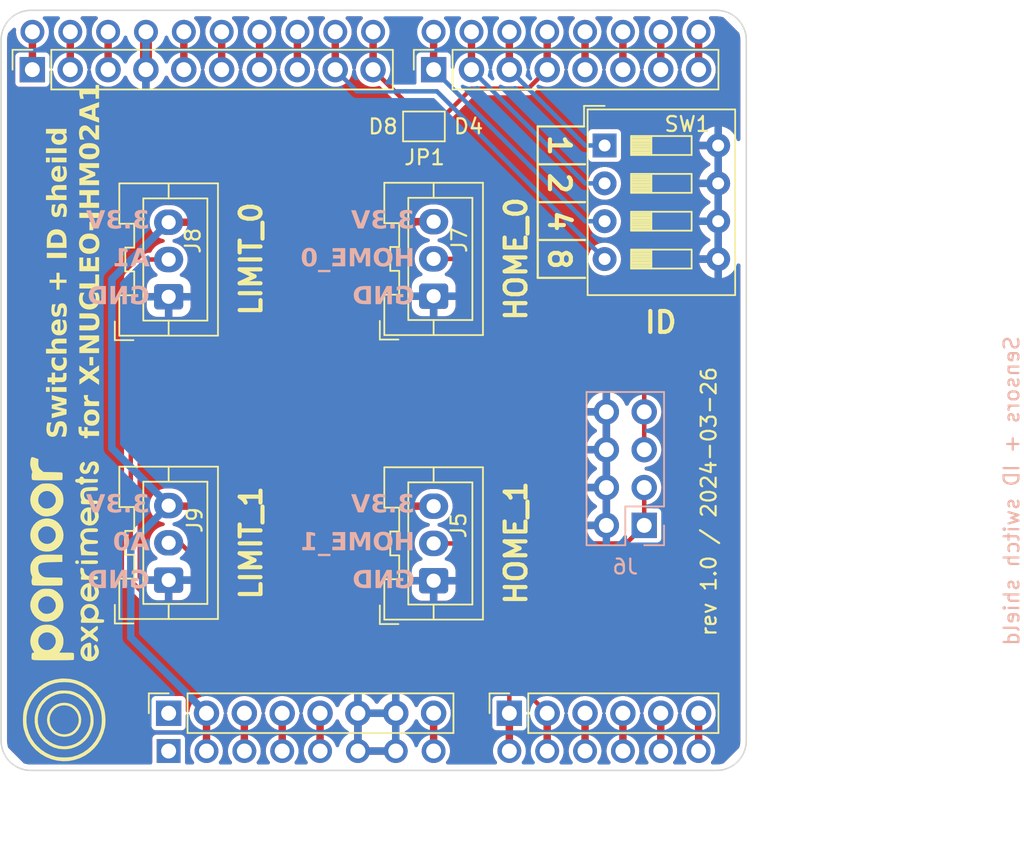
<source format=kicad_pcb>
(kicad_pcb (version 20240108) (generator "pcbnew") (generator_version "8.0")
  (layers (0 "F.Cu" signal) (31 "B.Cu" signal) (34 "B.Paste" user) (35 "F.Paste" user) (36 "B.SilkS" user "B.Silkscreen") (37 "F.SilkS" user "F.Silkscreen") (38 "B.Mask" user) (39 "F.Mask" user) (44 "Edge.Cuts" user))
  (net 0 "")
  (net 1 "Net-(A1-D6)")
  (net 2 "/SDA")
  (net 3 "Net-(A1-D9)")
  (net 4 "+3.3V")
  (net 5 "VCC")
  (net 6 "VBUS")
  (net 7 "Net-(A1-D4)")
  (net 8 "+5V")
  (net 9 "GND")
  (net 10 "Net-(A1-A4)")
  (net 11 "/AREF")
  (net 12 "Net-(A1-D3{slash}SCL)")
  (net 13 "Net-(A1-A3)")
  (net 14 "Net-(A1-D5)")
  (net 15 "Net-(A1-D0{slash}RX)")
  (net 16 "Net-(A1-D8)")
  (net 17 "/RESET")
  (net 18 "Net-(A1-D13)")
  (net 19 "Net-(A1-D11)")
  (net 20 "Net-(A1-D10)")
  (net 21 "Net-(A1-D12)")
  (net 22 "Net-(A1-A2)")
  (net 23 "Net-(A1-A5)")
  (net 25 "Net-(A1-D1{slash}TX)")
  (net 26 "/SCL")
  (net 27 "Net-(A1-D7)")
  (net 28 "Net-(A1-D2{slash}SDA)")
  (net 30 "Net-(J5-Pin_2)")
  (net 31 "Net-(J6-Pin_5)")
  (net 32 "/LIMIT_1")
  (net 33 "/LIMIT_2")
  (footprint "Jumper:SolderJumper-2_P1.3mm_Bridged_Pad1.0x1.5mm" (layer "F.Cu") (at 159.37 97.79)
    (property "Reference" "JP1" (at 0.0404 2.0828 0) (layer "F.SilkS"))
    (property "Value" "Jumper_2_Bridged")
    (fp_poly (pts (xy -0.25 -0.3) (xy 0.25 -0.3) (xy 0.25 0.3) (xy -0.25 0.3)) (fill solid) (layer "F.Cu"))
    (pad "1" smd rect (at -0.65 0) (size 1 1.5) (layers "F.Cu" "F.Mask") (net 16 "Net-(A1-D8)"))
    (pad "2" smd rect (at 0.65 0) (size 1 1.5) (layers "F.Cu" "F.Mask") (net 7 "Net-(A1-D4)"))
  )
  (footprint "Connector_JST:JST_XA_B03B-XASK-1_1x03_P2.50mm_Vertical" (layer "F.Cu") (at 142.24 109.22 90)
    (property "Reference" "J8" (at 3.7592 1.6256 -90) (layer "F.SilkS"))
    (property "Value" "Conn_01x03")
    (pad "1" thru_hole roundrect (at 0 0 90) (size 1.7 1.95) (drill 0.95) (layers "*.Cu" "*.Mask") (roundrect_rratio 0.147059) (net 9 "GND"))
    (pad "2" thru_hole oval (at 2.5 0 90) (size 1.7 1.95) (drill 0.95) (layers "*.Cu" "*.Mask") (net 32 "/LIMIT_1"))
    (pad "3" thru_hole oval (at 5 0 90) (size 1.7 1.95) (drill 0.95) (layers "*.Cu" "*.Mask") (net 6 "VBUS"))
  )
  (footprint "Connector_PinSocket_2.54mm:PinSocket_1x08_P2.54mm_Vertical" (layer "F.Cu") (at 142.24 137.16 90)
    (property "Reference" "J2" (hide yes))
    (property "Value" "Conn_01x08")
    (pad "1" thru_hole rect (at 0 0 90) (size 1.7 1.7) (drill 1) (layers "*.Cu" "*.Mask"))
    (pad "2" thru_hole oval (at 0 2.54 90) (size 1.7 1.7) (drill 1) (layers "*.Cu" "*.Mask") (net 6 "VBUS"))
    (pad "3" thru_hole oval (at 0 5.08 90) (size 1.7 1.7) (drill 1) (layers "*.Cu" "*.Mask") (net 17 "/RESET"))
    (pad "4" thru_hole oval (at 0 7.62 90) (size 1.7 1.7) (drill 1) (layers "*.Cu" "*.Mask") (net 4 "+3.3V"))
    (pad "5" thru_hole oval (at 0 10.16 90) (size 1.7 1.7) (drill 1) (layers "*.Cu" "*.Mask") (net 8 "+5V"))
    (pad "6" thru_hole oval (at 0 12.7 90) (size 1.7 1.7) (drill 1) (layers "*.Cu" "*.Mask") (net 9 "GND"))
    (pad "7" thru_hole oval (at 0 15.24 90) (size 1.7 1.7) (drill 1) (layers "*.Cu" "*.Mask") (net 9 "GND"))
    (pad "8" thru_hole oval (at 0 17.78 90) (size 1.7 1.7) (drill 1) (layers "*.Cu" "*.Mask") (net 5 "VCC"))
  )
  (footprint "Connector_JST:JST_XA_B03B-XASK-1_1x03_P2.50mm_Vertical" (layer "F.Cu") (at 160.02 128.27 90)
    (property "Reference" "J5" (at 3.7084 1.6764 -90) (layer "F.SilkS"))
    (property "Value" "Conn_01x03")
    (pad "1" thru_hole roundrect (at 0 0 90) (size 1.7 1.95) (drill 0.95) (layers "*.Cu" "*.Mask") (roundrect_rratio 0.147059) (net 9 "GND"))
    (pad "2" thru_hole oval (at 2.5 0 90) (size 1.7 1.95) (drill 0.95) (layers "*.Cu" "*.Mask") (net 30 "Net-(J5-Pin_2)"))
    (pad "3" thru_hole oval (at 5 0 90) (size 1.7 1.95) (drill 0.95) (layers "*.Cu" "*.Mask") (net 6 "VBUS"))
  )
  (footprint "Local_Library:ponoor_full_21x6" (layer "F.Cu") (at 135.255 130.175 90)
    (property "Reference" "G***" (hide yes))
    (property "Value" "LOGO" (hide yes))
  )
  (footprint "Connector_JST:JST_XA_B03B-XASK-1_1x03_P2.50mm_Vertical" (layer "F.Cu") (at 142.24 128.23 90)
    (property "Reference" "J9" (at 4.024 1.7526 -90) (layer "F.SilkS"))
    (property "Value" "Conn_01x03")
    (pad "1" thru_hole roundrect (at 0 0 90) (size 1.7 1.95) (drill 0.95) (layers "*.Cu" "*.Mask") (roundrect_rratio 0.147059) (net 9 "GND"))
    (pad "2" thru_hole oval (at 2.5 0 90) (size 1.7 1.95) (drill 0.95) (layers "*.Cu" "*.Mask") (net 33 "/LIMIT_2"))
    (pad "3" thru_hole oval (at 5 0 90) (size 1.7 1.95) (drill 0.95) (layers "*.Cu" "*.Mask") (net 6 "VBUS"))
  )
  (footprint "Connector_PinSocket_2.54mm:PinSocket_1x08_P2.54mm_Vertical" (layer "F.Cu") (at 160.02 93.98 90)
    (property "Reference" "J1" (hide yes))
    (property "Value" "Conn_01x08")
    (pad "1" thru_hole rect (at 0 0 90) (size 1.7 1.7) (drill 1) (layers "*.Cu" "*.Mask") (net 27 "Net-(A1-D7)"))
    (pad "2" thru_hole oval (at 0 2.54 90) (size 1.7 1.7) (drill 1) (layers "*.Cu" "*.Mask") (net 1 "Net-(A1-D6)"))
    (pad "3" thru_hole oval (at 0 5.08 90) (size 1.7 1.7) (drill 1) (layers "*.Cu" "*.Mask") (net 14 "Net-(A1-D5)"))
    (pad "4" thru_hole oval (at 0 7.62 90) (size 1.7 1.7) (drill 1) (layers "*.Cu" "*.Mask") (net 7 "Net-(A1-D4)"))
    (pad "5" thru_hole oval (at 0 10.16 90) (size 1.7 1.7) (drill 1) (layers "*.Cu" "*.Mask") (net 12 "Net-(A1-D3{slash}SCL)"))
    (pad "6" thru_hole oval (at 0 12.7 90) (size 1.7 1.7) (drill 1) (layers "*.Cu" "*.Mask") (net 28 "Net-(A1-D2{slash}SDA)"))
    (pad "7" thru_hole oval (at 0 15.24 90) (size 1.7 1.7) (drill 1) (layers "*.Cu" "*.Mask") (net 25 "Net-(A1-D1{slash}TX)"))
    (pad "8" thru_hole oval (at 0 17.78 90) (size 1.7 1.7) (drill 1) (layers "*.Cu" "*.Mask") (net 15 "Net-(A1-D0{slash}RX)"))
  )
  (footprint "Connector_JST:JST_XA_B03B-XASK-1_1x03_P2.50mm_Vertical" (layer "F.Cu") (at 160.02 109.18 90)
    (property "Reference" "J7" (at 3.77 1.7272 -90) (layer "F.SilkS"))
    (property "Value" "Conn_01x03")
    (pad "1" thru_hole roundrect (at 0 0 90) (size 1.7 1.95) (drill 0.95) (layers "*.Cu" "*.Mask") (roundrect_rratio 0.147059) (net 9 "GND"))
    (pad "2" thru_hole oval (at 2.5 0 90) (size 1.7 1.95) (drill 0.95) (layers "*.Cu" "*.Mask") (net 31 "Net-(J6-Pin_5)"))
    (pad "3" thru_hole oval (at 5 0 90) (size 1.7 1.95) (drill 0.95) (layers "*.Cu" "*.Mask") (net 6 "VBUS"))
  )
  (footprint "Connector_PinSocket_2.54mm:PinSocket_1x10_P2.54mm_Vertical" (layer "F.Cu") (at 133.096 93.98 90)
    (property "Reference" "J4" (hide yes))
    (property "Value" "Conn_01x10")
    (pad "1" thru_hole rect (at 0 0 90) (size 1.7 1.7) (drill 1) (layers "*.Cu" "*.Mask") (net 26 "/SCL"))
    (pad "2" thru_hole oval (at 0 2.54 90) (size 1.7 1.7) (drill 1) (layers "*.Cu" "*.Mask") (net 2 "/SDA"))
    (pad "3" thru_hole oval (at 0 5.08 90) (size 1.7 1.7) (drill 1) (layers "*.Cu" "*.Mask") (net 11 "/AREF"))
    (pad "4" thru_hole oval (at 0 7.62 90) (size 1.7 1.7) (drill 1) (layers "*.Cu" "*.Mask") (net 9 "GND"))
    (pad "5" thru_hole oval (at 0 10.16 90) (size 1.7 1.7) (drill 1) (layers "*.Cu" "*.Mask") (net 18 "Net-(A1-D13)"))
    (pad "6" thru_hole oval (at 0 12.7 90) (size 1.7 1.7) (drill 1) (layers "*.Cu" "*.Mask") (net 21 "Net-(A1-D12)"))
    (pad "7" thru_hole oval (at 0 15.24 90) (size 1.7 1.7) (drill 1) (layers "*.Cu" "*.Mask") (net 19 "Net-(A1-D11)"))
    (pad "8" thru_hole oval (at 0 17.78 90) (size 1.7 1.7) (drill 1) (layers "*.Cu" "*.Mask") (net 20 "Net-(A1-D10)"))
    (pad "9" thru_hole oval (at 0 20.32 90) (size 1.7 1.7) (drill 1) (layers "*.Cu" "*.Mask") (net 3 "Net-(A1-D9)"))
    (pad "10" thru_hole oval (at 0 22.86 90) (size 1.7 1.7) (drill 1) (layers "*.Cu" "*.Mask") (net 16 "Net-(A1-D8)"))
  )
  (footprint "Button_Switch_THT:SW_DIP_SPSTx04_Slide_9.78x12.34mm_W7.62mm_P2.54mm" (layer "F.Cu") (at 171.4925 99.07)
    (property "Reference" "SW1" (at 5.5455 -1.4324 0) (layer "F.SilkS"))
    (property "Value" "SW_DIP_x04")
    (pad "1" thru_hole rect (at 0 0) (size 1.6 1.6) (drill 0.8) (layers "*.Cu" "*.Mask") (net 14 "Net-(A1-D5)"))
    (pad "2" thru_hole oval (at 0 2.54) (size 1.6 1.6) (drill 0.8) (layers "*.Cu" "*.Mask") (net 1 "Net-(A1-D6)"))
    (pad "3" thru_hole oval (at 0 5.08) (size 1.6 1.6) (drill 0.8) (layers "*.Cu" "*.Mask") (net 27 "Net-(A1-D7)"))
    (pad "4" thru_hole oval (at 0 7.62) (size 1.6 1.6) (drill 0.8) (layers "*.Cu" "*.Mask") (net 3 "Net-(A1-D9)"))
    (pad "5" thru_hole oval (at 7.62 7.62) (size 1.6 1.6) (drill 0.8) (layers "*.Cu" "*.Mask") (net 9 "GND"))
    (pad "6" thru_hole oval (at 7.62 5.08) (size 1.6 1.6) (drill 0.8) (layers "*.Cu" "*.Mask") (net 9 "GND"))
    (pad "7" thru_hole oval (at 7.62 2.54) (size 1.6 1.6) (drill 0.8) (layers "*.Cu" "*.Mask") (net 9 "GND"))
    (pad "8" thru_hole oval (at 7.62 0) (size 1.6 1.6) (drill 0.8) (layers "*.Cu" "*.Mask") (net 9 "GND"))
  )
  (footprint "Connector_PinSocket_2.54mm:PinSocket_1x06_P2.54mm_Vertical" (layer "F.Cu") (at 165.1 137.16 90)
    (property "Reference" "J3" (hide yes))
    (property "Value" "Conn_01x06")
    (pad "1" thru_hole rect (at 0 0 90) (size 1.7 1.7) (drill 1) (layers "*.Cu" "*.Mask") (net 32 "/LIMIT_1"))
    (pad "2" thru_hole oval (at 0 2.54 90) (size 1.7 1.7) (drill 1) (layers "*.Cu" "*.Mask") (net 33 "/LIMIT_2"))
    (pad "3" thru_hole oval (at 0 5.08 90) (size 1.7 1.7) (drill 1) (layers "*.Cu" "*.Mask") (net 22 "Net-(A1-A2)"))
    (pad "4" thru_hole oval (at 0 7.62 90) (size 1.7 1.7) (drill 1) (layers "*.Cu" "*.Mask") (net 13 "Net-(A1-A3)"))
    (pad "5" thru_hole oval (at 0 10.16 90) (size 1.7 1.7) (drill 1) (layers "*.Cu" "*.Mask") (net 10 "Net-(A1-A4)"))
    (pad "6" thru_hole oval (at 0 12.7 90) (size 1.7 1.7) (drill 1) (layers "*.Cu" "*.Mask") (net 23 "Net-(A1-A5)"))
  )
  (footprint "Module:Arduino_UNO_R3" (layer "B.Cu") (at 142.24 139.7)
    (property "Reference" "A1" (hide yes))
    (property "Value" "Arduino_Leonardo")
    (pad "1" thru_hole rect (at 0 0 270) (size 1.6 1.6) (drill 1) (layers "*.Cu" "*.Mask"))
    (pad "2" thru_hole oval (at 2.54 0 270) (size 1.6 1.6) (drill 1) (layers "*.Cu" "*.Mask") (net 6 "VBUS"))
    (pad "3" thru_hole oval (at 5.08 0 270) (size 1.6 1.6) (drill 1) (layers "*.Cu" "*.Mask") (net 17 "/RESET"))
    (pad "4" thru_hole oval (at 7.62 0 270) (size 1.6 1.6) (drill 1) (layers "*.Cu" "*.Mask") (net 4 "+3.3V"))
    (pad "5" thru_hole oval (at 10.16 0 270) (size 1.6 1.6) (drill 1) (layers "*.Cu" "*.Mask") (net 8 "+5V"))
    (pad "6" thru_hole oval (at 12.7 0 270) (size 1.6 1.6) (drill 1) (layers "*.Cu" "*.Mask") (net 9 "GND"))
    (pad "7" thru_hole oval (at 15.24 0 270) (size 1.6 1.6) (drill 1) (layers "*.Cu" "*.Mask") (net 9 "GND"))
    (pad "8" thru_hole oval (at 17.78 0 270) (size 1.6 1.6) (drill 1) (layers "*.Cu" "*.Mask") (net 5 "VCC"))
    (pad "9" thru_hole oval (at 22.86 0 270) (size 1.6 1.6) (drill 1) (layers "*.Cu" "*.Mask") (net 32 "/LIMIT_1"))
    (pad "10" thru_hole oval (at 25.4 0 270) (size 1.6 1.6) (drill 1) (layers "*.Cu" "*.Mask") (net 33 "/LIMIT_2"))
    (pad "11" thru_hole oval (at 27.94 0 270) (size 1.6 1.6) (drill 1) (layers "*.Cu" "*.Mask") (net 22 "Net-(A1-A2)"))
    (pad "12" thru_hole oval (at 30.48 0 270) (size 1.6 1.6) (drill 1) (layers "*.Cu" "*.Mask") (net 13 "Net-(A1-A3)"))
    (pad "13" thru_hole oval (at 33.02 0 270) (size 1.6 1.6) (drill 1) (layers "*.Cu" "*.Mask") (net 10 "Net-(A1-A4)"))
    (pad "14" thru_hole oval (at 35.56 0 270) (size 1.6 1.6) (drill 1) (layers "*.Cu" "*.Mask") (net 23 "Net-(A1-A5)"))
    (pad "15" thru_hole oval (at 35.56 -48.26 270) (size 1.6 1.6) (drill 1) (layers "*.Cu" "*.Mask") (net 15 "Net-(A1-D0{slash}RX)"))
    (pad "16" thru_hole oval (at 33.02 -48.26 270) (size 1.6 1.6) (drill 1) (layers "*.Cu" "*.Mask") (net 25 "Net-(A1-D1{slash}TX)"))
    (pad "17" thru_hole oval (at 30.48 -48.26 270) (size 1.6 1.6) (drill 1) (layers "*.Cu" "*.Mask") (net 28 "Net-(A1-D2{slash}SDA)"))
    (pad "18" thru_hole oval (at 27.94 -48.26 270) (size 1.6 1.6) (drill 1) (layers "*.Cu" "*.Mask") (net 12 "Net-(A1-D3{slash}SCL)"))
    (pad "19" thru_hole oval (at 25.4 -48.26 270) (size 1.6 1.6) (drill 1) (layers "*.Cu" "*.Mask") (net 7 "Net-(A1-D4)"))
    (pad "20" thru_hole oval (at 22.86 -48.26 270) (size 1.6 1.6) (drill 1) (layers "*.Cu" "*.Mask") (net 14 "Net-(A1-D5)"))
    (pad "21" thru_hole oval (at 20.32 -48.26 270) (size 1.6 1.6) (drill 1) (layers "*.Cu" "*.Mask") (net 1 "Net-(A1-D6)"))
    (pad "22" thru_hole oval (at 17.78 -48.26 270) (size 1.6 1.6) (drill 1) (layers "*.Cu" "*.Mask") (net 27 "Net-(A1-D7)"))
    (pad "23" thru_hole oval (at 13.72 -48.26 270) (size 1.6 1.6) (drill 1) (layers "*.Cu" "*.Mask") (net 16 "Net-(A1-D8)"))
    (pad "24" thru_hole oval (at 11.18 -48.26 270) (size 1.6 1.6) (drill 1) (layers "*.Cu" "*.Mask") (net 3 "Net-(A1-D9)"))
    (pad "25" thru_hole oval (at 8.64 -48.26 270) (size 1.6 1.6) (drill 1) (layers "*.Cu" "*.Mask") (net 20 "Net-(A1-D10)"))
    (pad "26" thru_hole oval (at 6.1 -48.26 270) (size 1.6 1.6) (drill 1) (layers "*.Cu" "*.Mask") (net 19 "Net-(A1-D11)"))
    (pad "27" thru_hole oval (at 3.56 -48.26 270) (size 1.6 1.6) (drill 1) (layers "*.Cu" "*.Mask") (net 21 "Net-(A1-D12)"))
    (pad "28" thru_hole oval (at 1.02 -48.26 270) (size 1.6 1.6) (drill 1) (layers "*.Cu" "*.Mask") (net 18 "Net-(A1-D13)"))
    (pad "29" thru_hole oval (at -1.52 -48.26 270) (size 1.6 1.6) (drill 1) (layers "*.Cu" "*.Mask") (net 9 "GND"))
    (pad "30" thru_hole oval (at -4.06 -48.26 270) (size 1.6 1.6) (drill 1) (layers "*.Cu" "*.Mask") (net 11 "/AREF"))
    (pad "31" thru_hole oval (at -6.6 -48.26 270) (size 1.6 1.6) (drill 1) (layers "*.Cu" "*.Mask") (net 2 "/SDA"))
    (pad "32" thru_hole oval (at -9.14 -48.26 270) (size 1.6 1.6) (drill 1) (layers "*.Cu" "*.Mask") (net 26 "/SCL"))
  )
  (footprint "Connector_PinSocket_2.54mm:PinSocket_2x04_P2.54mm_Vertical" (layer "B.Cu") (at 174.15 124.56)
    (property "Reference" "J6" (at -1.27 2.77 0) (layer "B.SilkS") (effects (justify mirror)))
    (property "Value" "Conn_02x04_Odd_Even")
    (pad "1" thru_hole rect (at 0 0) (size 1.7 1.7) (drill 1) (layers "*.Cu" "*.Mask") (net 30 "Net-(J5-Pin_2)"))
    (pad "2" thru_hole oval (at -2.54 0) (size 1.7 1.7) (drill 1) (layers "*.Cu" "*.Mask") (net 9 "GND"))
    (pad "3" thru_hole oval (at 0 -2.54) (size 1.7 1.7) (drill 1) (layers "*.Cu" "*.Mask") (net 30 "Net-(J5-Pin_2)"))
    (pad "4" thru_hole oval (at -2.54 -2.54) (size 1.7 1.7) (drill 1) (layers "*.Cu" "*.Mask") (net 9 "GND"))
    (pad "5" thru_hole oval (at 0 -5.08) (size 1.7 1.7) (drill 1) (layers "*.Cu" "*.Mask") (net 31 "Net-(J6-Pin_5)"))
    (pad "6" thru_hole oval (at -2.54 -5.08) (size 1.7 1.7) (drill 1) (layers "*.Cu" "*.Mask") (net 9 "GND"))
    (pad "7" thru_hole oval (at 0 -7.62) (size 1.7 1.7) (drill 1) (layers "*.Cu" "*.Mask") (net 31 "Net-(J6-Pin_5)"))
    (pad "8" thru_hole oval (at -2.54 -7.62) (size 1.7 1.7) (drill 1) (layers "*.Cu" "*.Mask") (net 9 "GND"))
  )
  (gr_line (start 167.005 100.33) (end 170.18 100.33) (stroke (width 0.15)) (layer "F.SilkS"))
  (gr_line (start 167.005 107.95) (end 170.18 107.95) (stroke (width 0.15)) (layer "F.SilkS"))
  (gr_line (start 167.005 105.41) (end 170.18 105.41) (stroke (width 0.15)) (layer "F.SilkS"))
  (gr_line (start 167.005 97.79) (end 167.005 107.95) (stroke (width 0.15)) (layer "F.SilkS"))
  (gr_line (start 167.005 97.79) (end 170.1125 97.793) (stroke (width 0.15)) (layer "F.SilkS"))
  (gr_line (start 167.005 102.87) (end 170.18 102.87) (stroke (width 0.15)) (layer "F.SilkS"))
  (gr_line (start 181 139) (end 181 92) (stroke (width 0.1)) (layer "Edge.Cuts"))
  (gr_arc (start 133 141) (mid 131.585786 140.414214) (end 131 139) (stroke (width 0.1)) (layer "Edge.Cuts"))
  (gr_arc (start 131 92) (mid 131.585786 90.585786) (end 133 90) (stroke (width 0.1)) (layer "Edge.Cuts"))
  (gr_arc (start 179 90) (mid 180.414214 90.585786) (end 181 92) (stroke (width 0.1)) (layer "Edge.Cuts"))
  (gr_line (start 179 90) (end 133 90) (stroke (width 0.1)) (layer "Edge.Cuts"))
  (gr_arc (start 181 139) (mid 180.414214 140.414214) (end 179 141) (stroke (width 0.1)) (layer "Edge.Cuts"))
  (gr_line (start 133 141) (end 179 141) (stroke (width 0.1)) (layer "Edge.Cuts"))
  (gr_line (start 131 92) (end 131 139) (stroke (width 0.1)) (layer "Edge.Cuts"))
  (gr_text "A0" (at 140.97 125.73 0) (layer "B.SilkS") (effects (font (size 1.2 1.2) (thickness 0.2) (bold yes)) (justify left mirror)))
  (gr_text "GND" (at 158.75 128.27 0) (layer "B.SilkS") (effects (font (size 1.2 1.2) (thickness 0.2) (bold yes)) (justify left mirror)))
  (gr_text "A1" (at 140.97 106.68 0) (layer "B.SilkS") (effects (font (size 1.2 1.2) (thickness 0.2) (bold yes)) (justify left mirror)))
  (gr_text "HOME_0" (at 158.75 106.68 0) (layer "B.SilkS") (effects (font (size 1.2 1.2) (thickness 0.2) (bold yes)) (justify left mirror)))
  (gr_text "GND" (at 140.97 109.22 0) (layer "B.SilkS") (effects (font (size 1.2 1.2) (thickness 0.2) (bold yes)) (justify left mirror)))
  (gr_text "GND" (at 140.97 128.27 0) (layer "B.SilkS") (effects (font (size 1.2 1.2) (thickness 0.2) (bold yes)) (justify left mirror)))
  (gr_text "3.3V" (at 158.75 123.19 0) (layer "B.SilkS") (effects (font (size 1.2 1.2) (thickness 0.2) (bold yes)) (justify left mirror)))
  (gr_text "Sensors + ID switch shield" (at 199.39 111.76 90) (layer "B.SilkS") (effects (font (size 1 1)) (justify left bottom mirror)))
  (gr_text "GND" (at 158.75 109.22 0) (layer "B.SilkS") (effects (font (size 1.2 1.2) (thickness 0.2) (bold yes)) (justify left mirror)))
  (gr_text "3.3V" (at 140.97 104.14 0) (layer "B.SilkS") (effects (font (size 1.2 1.2) (thickness 0.2) (bold yes)) (justify left mirror)))
  (gr_text "3.3V" (at 158.75 104.14 0) (layer "B.SilkS") (effects (font (size 1.2 1.2) (thickness 0.2) (bold yes)) (justify left mirror)))
  (gr_text "3.3V" (at 140.97 123.19 0) (layer "B.SilkS") (effects (font (size 1.2 1.2) (thickness 0.2) (bold yes)) (justify left mirror)))
  (gr_text "HOME_1" (at 158.75 125.73 0) (layer "B.SilkS") (effects (font (size 1.2 1.2) (thickness 0.2) (bold yes)) (justify left mirror)))
  (gr_text "HOME_0" (at 166.37 106.68 90) (layer "F.SilkS") (effects (font (size 1.4 1.4) (thickness 0.28) (bold yes)) (justify bottom)))
  (gr_text "LIMIT_1" (at 148.59 125.73 90) (layer "F.SilkS") (effects (font (size 1.4 1.4) (thickness 0.28) (bold yes)) (justify bottom)))
  (gr_text "rev 1.0 / 2024-03-26" (at 179.07 132.08 90) (layer "F.SilkS") (effects (font (size 1 1)) (justify left bottom)))
  (gr_text "4" (at 167.64 104.14 270) (layer "F.SilkS") (effects (font (size 1.4 1.4) (thickness 0.28) (bold yes)) (justify bottom)))
  (gr_text "2" (at 167.64 101.6 270) (layer "F.SilkS") (effects (font (size 1.4 1.4) (thickness 0.28) (bold yes)) (justify bottom)))
  (gr_text "D8\n" (at 155.551029 97.800434 0) (layer "F.SilkS") (effects (font (size 1 1)) (justify left)))
  (gr_text "Switches + ID sheild\nfor X-NUCLEO-IHM02A1" (at 137.795 118.745 90) (layer "F.SilkS") (effects (font (size 1.3 1.3) (thickness 0.26) (bold yes)) (justify left bottom)))
  (gr_text "LIMIT_0" (at 148.59 106.68 90) (layer "F.SilkS") (effects (font (size 1.4 1.4) (thickness 0.28) (bold yes)) (justify bottom)))
  (gr_text "8" (at 167.64 106.68 270) (layer "F.SilkS") (effects (font (size 1.4 1.4) (thickness 0.28) (bold yes)) (justify bottom)))
  (gr_text "ID" (at 175.26 111.76 0) (layer "F.SilkS") (effects (font (size 1.4 1.4) (thickness 0.28) (bold yes)) (justify bottom)))
  (gr_text "HOME_1" (at 166.37 125.73 90) (layer "F.SilkS") (effects (font (size 1.4 1.4) (thickness 0.28) (bold yes)) (justify bottom)))
  (gr_text "D4" (at 161.29 97.79 0) (layer "F.SilkS") (effects (font (size 1 1)) (justify left)))
  (gr_text "1" (at 167.64 99.06 -90) (layer "F.SilkS") (effects (font (size 1.4 1.4) (thickness 0.28) (bold yes)) (justify bottom)))
  (segment (start 162.56 91.44) (end 162.56 93.98) (width 0.5) (layer "F.Cu") (net 1))
  (segment (start 170.19 101.61) (end 162.56 93.98) (width 0.3) (layer "B.Cu") (net 1))
  (segment (start 171.4925 101.61) (end 170.19 101.61) (width 0.3) (layer "B.Cu") (net 1))
  (segment (start 135.64 93.976) (end 135.636 93.98) (width 0.5) (layer "F.Cu") (net 2))
  (segment (start 135.64 91.44) (end 135.64 93.976) (width 0.5) (layer "F.Cu") (net 2))
  (segment (start 153.42 93.976) (end 153.416 93.98) (width 0.5) (layer "F.Cu") (net 3))
  (segment (start 153.42 91.44) (end 153.42 93.976) (width 0.5) (layer "F.Cu") (net 3))
  (segment (start 154.870792 95.434792) (end 153.416 93.98) (width 0.3) (layer "B.Cu") (net 3))
  (segment (start 171.4925 106.69) (end 160.237292 95.434792) (width 0.3) (layer "B.Cu") (net 3))
  (segment (start 160.237292 95.434792) (end 154.870792 95.434792) (width 0.3) (layer "B.Cu") (net 3))
  (segment (start 149.86 137.16) (end 149.86 139.7) (width 0.5) (layer "F.Cu") (net 4))
  (segment (start 160.02 137.16) (end 160.02 139.7) (width 0.5) (layer "F.Cu") (net 5))
  (segment (start 142.28 123.27) (end 142.24 123.23) (width 0.5) (layer "F.Cu") (net 6))
  (segment (start 160.02 104.18) (end 158.79 104.18) (width 0.5) (layer "F.Cu") (net 6))
  (segment (start 160.02 123.27) (end 142.28 123.27) (width 0.5) (layer "F.Cu") (net 6))
  (segment (start 158.79 104.18) (end 158.75 104.22) (width 0.5) (layer "F.Cu") (net 6))
  (segment (start 158.75 104.22) (end 142.24 104.22) (width 0.5) (layer "F.Cu") (net 6))
  (segment (start 144.78 137.16) (end 144.78 139.7) (width 0.5) (layer "F.Cu") (net 6))
  (segment (start 142.24 123.19) (end 142.24 123.23) (width 0.5) (layer "B.Cu") (net 6))
  (segment (start 142.24 123.23) (end 139.7 125.77) (width 0.5) (layer "B.Cu") (net 6))
  (segment (start 138.43 119.38) (end 142.24 123.19) (width 0.5) (layer "B.Cu") (net 6))
  (segment (start 138.43 108.03) (end 138.43 119.38) (width 0.5) (layer "B.Cu") (net 6))
  (segment (start 142.24 104.22) (end 138.43 108.03) (width 0.5) (layer "B.Cu") (net 6))
  (segment (start 139.7 125.77) (end 139.7 132.08) (width 0.5) (layer "B.Cu") (net 6))
  (segment (start 139.7 132.08) (end 144.78 137.16) (width 0.5) (layer "B.Cu") (net 6))
  (segment (start 167.64 91.44) (end 167.64 93.98) (width 0.5) (layer "F.Cu") (net 7))
  (segment (start 166.37 95.25) (end 167.64 93.98) (width 0.3) (layer "F.Cu") (net 7))
  (segment (start 162.56 95.25) (end 166.37 95.25) (width 0.3) (layer "F.Cu") (net 7))
  (segment (start 160.02 97.79) (end 162.56 95.25) (width 0.3) (layer "F.Cu") (net 7))
  (segment (start 152.4 137.16) (end 152.4 139.7) (width 0.5) (layer "F.Cu") (net 8))
  (segment (start 154.94 137.16) (end 154.94 139.7) (width 0.5) (layer "F.Cu") (net 9))
  (segment (start 140.72 91.44) (end 140.72 93.976) (width 0.8) (layer "F.Cu") (net 9))
  (segment (start 157.48 137.16) (end 157.48 139.7) (width 0.5) (layer "F.Cu") (net 9))
  (segment (start 140.72 93.976) (end 140.716 93.98) (width 0.5) (layer "F.Cu") (net 9))
  (segment (start 171.61 110.33) (end 171.61 116.94) (width 0.3) (layer "B.Cu") (net 9))
  (segment (start 140.716 98.766) (end 151.13 109.18) (width 0.12) (layer "B.Cu") (net 9))
  (segment (start 171.61 122.02) (end 171.61 124.56) (width 0.12) (layer "B.Cu") (net 9))
  (segment (start 151.13 109.18) (end 160.02 109.18) (width 0.25) (layer "B.Cu") (net 9))
  (segment (start 159.98 128.23) (end 160.02 128.27) (width 0.12) (layer "B.Cu") (net 9))
  (segment (start 151.13 109.18) (end 151.13 116.84) (width 0.25) (layer "B.Cu") (net 9))
  (segment (start 179.1125 99.07) (end 179.1125 101.61) (width 0.3) (layer "B.Cu") (net 9))
  (segment (start 151.23 116.94) (end 151.13 116.84) (width 0.12) (layer "B.Cu") (net 9))
  (segment (start 175.26 106.68) (end 171.61 110.33) (width 0.3) (layer "B.Cu") (net 9))
  (segment (start 179.1125 101.61) (end 179.1125 104.15) (width 0.3) (layer "B.Cu") (net 9))
  (segment (start 143.51 109.22) (end 143.55 109.18) (width 0.25) (layer "B.Cu") (net 9))
  (segment (start 142.24 128.23) (end 151.13 128.23) (width 0.12) (layer "B.Cu") (net 9))
  (segment (start 171.61 119.48) (end 171.61 122.02) (width 0.12) (layer "B.Cu") (net 9))
  (segment (start 179.1125 104.15) (end 179.1125 106.69) (width 0.3) (layer "B.Cu") (net 9))
  (segment (start 151.13 128.23) (end 154.94 128.23) (width 0.12) (layer "B.Cu") (net 9))
  (segment (start 175.27 106.69) (end 175.26 106.68) (width 0.3) (layer "B.Cu") (net 9))
  (segment (start 154.94 137.16) (end 154.94 128.23) (width 0.25) (layer "B.Cu") (net 9))
  (segment (start 140.716 93.98) (end 140.716 98.766) (width 0.12) (layer "B.Cu") (net 9))
  (segment (start 171.61 116.94) (end 171.61 119.48) (width 0.12) (layer "B.Cu") (net 9))
  (segment (start 142.24 109.22) (end 143.51 109.22) (width 0.25) (layer "B.Cu") (net 9))
  (segment (start 151.13 116.84) (end 151.13 128.23) (width 0.25) (layer "B.Cu") (net 9))
  (segment (start 154.94 137.16) (end 157.48 137.16) (width 0.5) (layer "B.Cu") (net 9))
  (segment (start 179.1125 106.69) (end 175.27 106.69) (width 0.3) (layer "B.Cu") (net 9))
  (segment (start 143.55 109.18) (end 151.13 109.18) (width 0.25) (layer "B.Cu") (net 9))
  (segment (start 171.61 116.94) (end 151.23 116.94) (width 0.12) (layer "B.Cu") (net 9))
  (segment (start 154.94 128.23) (end 159.98 128.23) (width 0.12) (layer "B.Cu") (net 9))
  (segment (start 175.26 137.16) (end 175.26 139.7) (width 0.5) (layer "F.Cu") (net 10))
  (segment (start 138.18 93.976) (end 138.176 93.98) (width 0.5) (layer "F.Cu") (net 11))
  (segment (start 138.18 91.44) (end 138.18 93.976) (width 0.5) (layer "F.Cu") (net 11))
  (segment (start 170.18 91.44) (end 170.18 93.98) (width 0.5) (layer "F.Cu") (net 12))
  (segment (start 172.72 137.16) (end 172.72 139.7) (width 0.5) (layer "F.Cu") (net 13))
  (segment (start 165.1 91.44) (end 165.1 93.98) (width 0.5) (layer "F.Cu") (net 14))
  (segment (start 170.19 99.07) (end 165.1 93.98) (width 0.3) (layer "B.Cu") (net 14))
  (segment (start 171.4925 99.07) (end 170.19 99.07) (width 0.3) (layer "B.Cu") (net 14))
  (segment (start 177.8 91.44) (end 177.8 93.98) (width 0.5) (layer "F.Cu") (net 15))
  (segment (start 158.72 96.744) (end 155.956 93.98) (width 0.3) (layer "F.Cu") (net 16))
  (segment (start 155.96 93.976) (end 155.956 93.98) (width 0.5) (layer "F.Cu") (net 16))
  (segment (start 158.72 97.79) (end 158.72 96.744) (width 0.3) (layer "F.Cu") (net 16))
  (segment (start 155.96 91.44) (end 155.96 93.976) (width 0.5) (layer "F.Cu") (net 16))
  (segment (start 147.32 137.16) (end 147.32 139.7) (width 0.5) (layer "F.Cu") (net 17))
  (segment (start 143.26 93.976) (end 143.256 93.98) (width 0.5) (layer "F.Cu") (net 18))
  (segment (start 143.26 91.44) (end 143.26 93.976) (width 0.5) (layer "F.Cu") (net 18))
  (segment (start 148.34 93.976) (end 148.336 93.98) (width 0.5) (layer "F.Cu") (net 19))
  (segment (start 148.34 91.44) (end 148.34 93.976) (width 0.5) (layer "F.Cu") (net 19))
  (segment (start 150.88 91.44) (end 150.88 93.976) (width 0.5) (layer "F.Cu") (net 20))
  (segment (start 150.88 93.976) (end 150.876 93.98) (width 0.5) (layer "F.Cu") (net 20))
  (segment (start 145.8 93.976) (end 145.796 93.98) (width 0.5) (layer "F.Cu") (net 21))
  (segment (start 145.8 91.44) (end 145.8 93.976) (width 0.5) (layer "F.Cu") (net 21))
  (segment (start 170.18 137.16) (end 170.18 139.7) (width 0.5) (layer "F.Cu") (net 22))
  (segment (start 177.8 137.16) (end 177.8 139.7) (width 0.5) (layer "F.Cu") (net 23))
  (segment (start 175.26 91.44) (end 175.26 93.98) (width 0.5) (layer "F.Cu") (net 25))
  (segment (start 133.1 93.976) (end 133.096 93.98) (width 0.5) (layer "F.Cu") (net 26))
  (segment (start 133.1 91.44) (end 133.1 93.976) (width 0.5) (layer "F.Cu") (net 26))
  (segment (start 160.02 91.44) (end 160.02 93.98) (width 0.5) (layer "F.Cu") (net 27))
  (segment (start 171.4925 104.15) (end 170.19 104.15) (width 0.3) (layer "B.Cu") (net 27))
  (segment (start 170.19 104.15) (end 160.02 93.98) (width 0.3) (layer "B.Cu") (net 27))
  (segment (start 172.72 91.44) (end 172.72 93.98) (width 0.5) (layer "F.Cu") (net 28))
  (segment (start 174.15 122.02) (end 174.15 124.56) (width 0.3) (layer "F.Cu") (net 30))
  (segment (start 172.94 125.77) (end 174.15 124.56) (width 0.3) (layer "F.Cu") (net 30))
  (segment (start 160.02 125.77) (end 172.94 125.77) (width 0.3) (layer "F.Cu") (net 30))
  (segment (start 174.15 115.73) (end 165.1 106.68) (width 0.3) (layer "F.Cu") (net 31))
  (segment (start 174.15 119.48) (end 174.15 116.94) (width 0.3) (layer "F.Cu") (net 31))
  (segment (start 165.1 106.68) (end 160.02 106.68) (width 0.3) (layer "F.Cu") (net 31))
  (segment (start 174.15 116.94) (end 174.15 115.73) (width 0.3) (layer "F.Cu") (net 31))
  (segment (start 139.7 128.27) (end 139.7 107.95) (width 0.3) (layer "F.Cu") (net 32))
  (segment (start 140.93 106.72) (end 142.24 106.72) (width 0.3) (layer "F.Cu") (net 32))
  (segment (start 162.56 133.35) (end 144.78 133.35) (width 0.3) (layer "F.Cu") (net 32))
  (segment (start 144.78 133.35) (end 139.7 128.27) (width 0.3) (layer "F.Cu") (net 32))
  (segment (start 165.1 137.16) (end 165.1 139.7) (width 0.5) (layer "F.Cu") (net 32))
  (segment (start 139.7 107.95) (end 140.93 106.72) (width 0.3) (layer "F.Cu") (net 32))
  (segment (start 165.1 137.16) (end 165.1 135.89) (width 0.3) (layer "F.Cu") (net 32))
  (segment (start 165.1 135.89) (end 162.56 133.35) (width 0.3) (layer "F.Cu") (net 32))
  (segment (start 150.014174 132.741804) (end 143.00237 125.73) (width 0.3) (layer "F.Cu") (net 33))
  (segment (start 167.64 137.16) (end 163.221804 132.741804) (width 0.3) (layer "F.Cu") (net 33))
  (segment (start 167.64 137.16) (end 167.64 139.7) (width 0.5) (layer "F.Cu") (net 33))
  (segment (start 143.00237 125.73) (end 142.24 125.73) (width 0.3) (layer "F.Cu") (net 33))
  (segment (start 163.221804 132.741804) (end 150.014174 132.741804) (width 0.3) (layer "F.Cu") (net 33))
  (zone (net 9) (net_name "GND") (layers "F&B.Cu") (connect_pads (clearance 0.3)) (min_thickness 0.25) (fill yes (thermal_gap 0.5) (thermal_bridge_width 0.5))
    (polygon (pts (xy 131 92) (xy 133 90) (xy 179 90) (xy 181 92) (xy 181 139) (xy 179 141) (xy 133 141) (xy 131 139)))
  )
)
</source>
